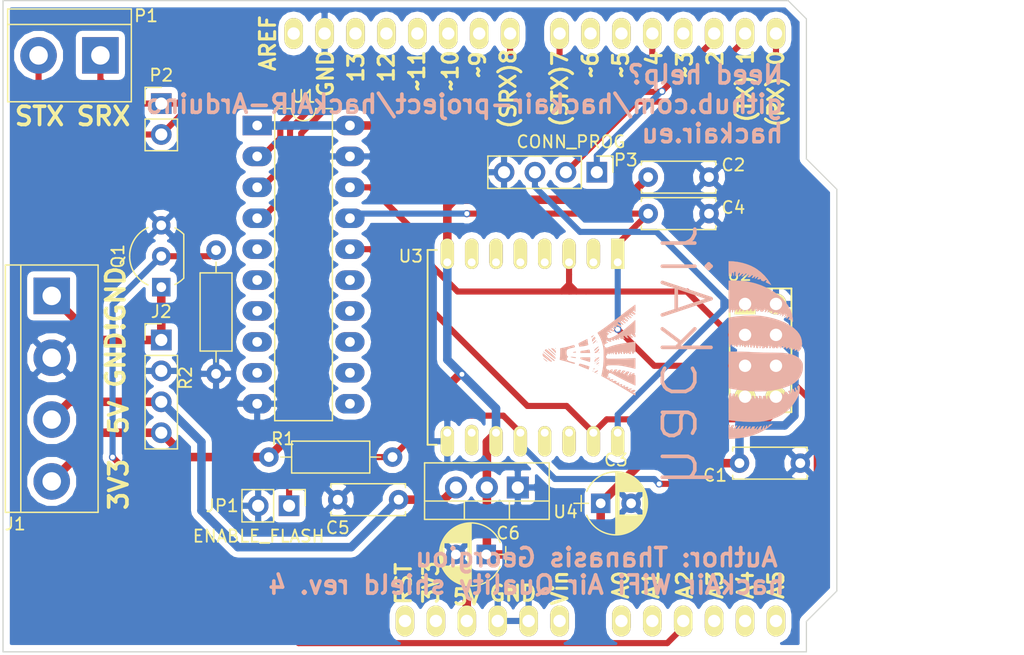
<source format=kicad_pcb>
(kicad_pcb (version 4) (host pcbnew 4.0.6)
  (title_block (title "HackAir Wifi Air Quality Shield for Arduino") (date 2017-04-04) (rev 4) (company "Thanasis Georgiou <contact@thgeorgiou.om>") (comment 1 "Part of the hackAIR project, available freely under the (CC BY 4.0) license.") (comment 3 "kicad0ESP8266 footprints & schematic by Jerry Dunmire, CC BY-SA 4.0") (comment 4 "Arduino Shield footprint by Nicholas C Lewis, CC BY 3.0"))
  (layers (0 F.Cu signal) (31 B.Cu signal) (34 B.Paste user) (35 F.Paste user) (36 B.SilkS user) (37 F.SilkS user) (38 B.Mask user) (39 F.Mask user) (44 Edge.Cuts user))
  (net 0 "")
  (net 1 +3V3)
  (net 2 GND)
  (net 3 /ESP_RST)
  (net 4 +5V)
  (net 5 "Net-(J1-Pad1)")
  (net 6 /SENSOR_RX)
  (net 7 /SENSOR_TX)
  (net 8 /MC_RST)
  (net 9 /MC_TX)
  (net 10 /ESP_TX)
  (net 11 /SW_GND_G)
  (net 12 /ESP_IO_0)
  (net 13 "Net-(SHIELD1-PadAD5)")
  (net 14 "Net-(SHIELD1-PadAD4)")
  (net 15 "Net-(SHIELD1-PadAD3)")
  (net 16 "Net-(SHIELD1-PadAD0)")
  (net 17 "Net-(SHIELD1-PadAD1)")
  (net 18 "Net-(SHIELD1-PadV_IN)")
  (net 19 "Net-(SHIELD1-Pad3V3)")
  (net 20 "Net-(SHIELD1-PadRST)")
  (net 21 "Net-(SHIELD1-Pad3)")
  (net 22 /MC_CS)
  (net 23 "Net-(SHIELD1-Pad5)")
  (net 24 "Net-(SHIELD1-Pad6)")
  (net 25 "Net-(SHIELD1-Pad9)")
  (net 26 "Net-(SHIELD1-Pad10)")
  (net 27 "Net-(SHIELD1-Pad11)")
  (net 28 "Net-(SHIELD1-Pad12)")
  (net 29 "Net-(SHIELD1-Pad13)")
  (net 30 "Net-(SHIELD1-PadAREF)")
  (net 31 "Net-(U1-Pad11)")
  (net 32 "Net-(U1-Pad12)")
  (net 33 "Net-(U1-Pad13)")
  (net 34 "Net-(U1-Pad14)")
  (net 35 "Net-(U1-Pad5)")
  (net 36 "Net-(U1-Pad15)")
  (net 37 "Net-(U1-Pad6)")
  (net 38 /ESP_RX)
  (net 39 "Net-(U1-Pad7)")
  (net 40 "Net-(U1-Pad8)")
  (net 41 /ESP_CS)
  (net 42 "Net-(U1-Pad9)")
  (net 43 "Net-(U3-Pad2)")
  (net 44 "Net-(U3-Pad4)")
  (net 45 "Net-(U3-Pad5)")
  (net 46 "Net-(U3-Pad6)")
  (net 47 "Net-(U3-Pad7)")
  (net 48 "Net-(U3-Pad10)")
  (net 49 "Net-(U3-Pad13)")
  (net 50 "Net-(U3-Pad14)")
  (module Capacitors_THT:C_Disc_D6.0mm_W2.5mm_P5.00mm (layer F.Cu) (at 209 89.5)
    (fp_text reference C1 (at -2 1) (layer F.SilkS))
    (fp_text value 10nF)
    (pad 1 thru_hole circle (at 0 0) (size 1.6 1.6) (drill 0.8) (layers *.Cu *.Mask) (net 1 +3V3))
    (pad 2 thru_hole circle (at 5 0) (size 1.6 1.6) (drill 0.8) (layers *.Cu *.Mask) (net 2 GND))
  )
  (module Capacitors_THT:C_Disc_D6.0mm_W2.5mm_P5.00mm (layer F.Cu) (at 201.5 66)
    (fp_text reference C2 (at 7 -1) (layer F.SilkS))
    (fp_text value 100nF)
    (pad 1 thru_hole circle (at 0 0) (size 1.6 1.6) (drill 0.8) (layers *.Cu *.Mask) (net 1 +3V3))
    (pad 2 thru_hole circle (at 5 0) (size 1.6 1.6) (drill 0.8) (layers *.Cu *.Mask) (net 2 GND))
  )
  (module Capacitors_THT:CP_Radial_D5.0mm_P2.50mm (layer F.Cu) (at 197.6 92.8)
    (fp_text reference C3 (at 1.25 -3.56) (layer F.SilkS))
    (fp_text value 10uF)
    (pad 1 thru_hole rect (at 0 0) (size 1.6 1.6) (drill 0.8) (layers *.Cu *.Mask) (net 1 +3V3))
    (pad 2 thru_hole circle (at 2.5 0) (size 1.6 1.6) (drill 0.8) (layers *.Cu *.Mask) (net 2 GND))
  )
  (module Capacitors_THT:C_Disc_D6.0mm_W2.5mm_P5.00mm (layer F.Cu) (at 201.5 69)
    (fp_text reference C4 (at 7 -0.5) (layer F.SilkS))
    (fp_text value 10nF)
    (pad 1 thru_hole circle (at 0 0) (size 1.6 1.6) (drill 0.8) (layers *.Cu *.Mask) (net 3 /ESP_RST))
    (pad 2 thru_hole circle (at 5 0) (size 1.6 1.6) (drill 0.8) (layers *.Cu *.Mask) (net 2 GND))
  )
  (module Capacitors_THT:C_Disc_D6.0mm_W2.5mm_P5.00mm (layer F.Cu) (at 181 92.5 180)
    (fp_text reference C5 (at 5 -2.31 180) (layer F.SilkS))
    (fp_text value 100nF)
    (pad 1 thru_hole circle (at 0 0 180) (size 1.6 1.6) (drill 0.8) (layers *.Cu *.Mask) (net 4 +5V))
    (pad 2 thru_hole circle (at 5 0 180) (size 1.6 1.6) (drill 0.8) (layers *.Cu *.Mask) (net 2 GND))
  )
  (module Capacitors_THT:CP_Radial_D5.0mm_P2.50mm (layer F.Cu) (at 188.2 97 180)
    (fp_text reference C6 (at -1.8 1.75 180) (layer F.SilkS))
    (fp_text value 10uF)
    (pad 1 thru_hole rect (at 0 0 180) (size 1.6 1.6) (drill 0.8) (layers *.Cu *.Mask) (net 1 +3V3))
    (pad 2 thru_hole circle (at 2.5 0 180) (size 1.6 1.6) (drill 0.8) (layers *.Cu *.Mask) (net 2 GND))
  )
  (module Connectors:bornier4 (layer F.Cu) (at 152.5 75.76 270)
    (fp_text reference J1 (at 18.74 3 360) (layer F.SilkS))
    (fp_text value CONN_POWER hide)
    (pad 2 thru_hole circle (at 5.08 0 270) (size 3 3) (drill 1.52) (layers *.Cu *.Mask) (net 2 GND))
    (pad 3 thru_hole circle (at 10.16 0 270) (size 3 3) (drill 1.52) (layers *.Cu *.Mask) (net 4 +5V))
    (pad 1 thru_hole rect (at 0 0 270) (size 3 3) (drill 1.52) (layers *.Cu *.Mask) (net 5 "Net-(J1-Pad1)"))
    (pad 4 thru_hole circle (at 15.24 0 270) (size 3 3) (drill 1.52) (layers *.Cu *.Mask) (net 1 +3V3))
  )
  (module Pin_Headers:Pin_Header_Straight_1x04_Pitch2.54mm (layer F.Cu) (at 161.5 79.38)
    (fp_text reference J2 (at 0 -2.33) (layer F.SilkS))
    (fp_text value CONN_POWER_H hide)
    (pad 1 thru_hole rect (at 0 0) (size 1.7 1.7) (drill 1) (layers *.Cu *.Mask) (net 5 "Net-(J1-Pad1)"))
    (pad 2 thru_hole oval (at 0 2.54) (size 1.7 1.7) (drill 1) (layers *.Cu *.Mask) (net 2 GND))
    (pad 3 thru_hole oval (at 0 5.08) (size 1.7 1.7) (drill 1) (layers *.Cu *.Mask) (net 4 +5V))
    (pad 4 thru_hole oval (at 0 7.62) (size 1.7 1.7) (drill 1) (layers *.Cu *.Mask) (net 1 +3V3))
  )
  (module Connectors:bornier2 (layer F.Cu) (at 156.5 56 180)
    (fp_text reference P1 (at -3.75 3.25 180) (layer F.SilkS))
    (fp_text value CONN_SENSOR_SERIAL hide)
    (pad 1 thru_hole rect (at 0 0 180) (size 3 3) (drill 1.52) (layers *.Cu *.Mask) (net 6 /SENSOR_RX))
    (pad 2 thru_hole circle (at 5.08 0 180) (size 3 3) (drill 1.52) (layers *.Cu *.Mask) (net 7 /SENSOR_TX))
  )
  (module Pin_Headers:Pin_Header_Straight_1x02_Pitch2.54mm (layer F.Cu) (at 161.5 59.96)
    (fp_text reference P2 (at 0 -2.33) (layer F.SilkS))
    (fp_text value CONN_SENSOR_SERIAL_H hide)
    (pad 1 thru_hole rect (at 0 0) (size 1.7 1.7) (drill 1) (layers *.Cu *.Mask) (net 6 /SENSOR_RX))
    (pad 2 thru_hole oval (at 0 2.54) (size 1.7 1.7) (drill 1) (layers *.Cu *.Mask) (net 7 /SENSOR_TX))
  )
  (module Pin_Headers:Pin_Header_Straight_1x04_Pitch2.54mm (layer F.Cu) (at 197.28 65.6 270)
    (fp_text reference P3 (at -1 -2.38 360) (layer F.SilkS))
    (fp_text value CONN_PROG (at -2.5 2.12 360) (layer F.SilkS))
    (pad 1 thru_hole rect (at 0 0 270) (size 1.7 1.7) (drill 1) (layers *.Cu *.Mask) (net 8 /MC_RST))
    (pad 2 thru_hole oval (at 0 2.54 270) (size 1.7 1.7) (drill 1) (layers *.Cu *.Mask) (net 9 /MC_TX))
    (pad 3 thru_hole oval (at 0 5.08 270) (size 1.7 1.7) (drill 1) (layers *.Cu *.Mask) (net 10 /ESP_TX))
    (pad 4 thru_hole oval (at 0 7.62 270) (size 1.7 1.7) (drill 1) (layers *.Cu *.Mask) (net 2 GND))
  )
  (module TO_SOT_Packages_THT:TO-92_Inline_Wide (layer F.Cu) (at 161.5 75.04 90)
    (fp_text reference Q1 (at 2.54 -3.56 270) (layer F.SilkS))
    (fp_text value ZVN4206A)
    (pad 2 thru_hole circle (at 2.54 0 180) (size 1.52 1.52) (drill 0.8) (layers *.Cu *.Mask) (net 11 /SW_GND_G))
    (pad 3 thru_hole circle (at 5.08 0 180) (size 1.52 1.52) (drill 0.8) (layers *.Cu *.Mask) (net 2 GND))
    (pad 1 thru_hole rect (at 0 0 180) (size 1.52 1.52) (drill 0.8) (layers *.Cu *.Mask) (net 5 "Net-(J1-Pad1)"))
  )
  (module Resistors_THT:R_Axial_DIN0207_L6.3mm_D2.5mm_P10.16mm_Horizontal (layer F.Cu) (at 180.5 89 180)
    (fp_text reference R1 (at 9 1.5 180) (layer F.SilkS))
    (fp_text value 1K)
    (pad 1 thru_hole circle (at 0 0 180) (size 1.6 1.6) (drill 0.8) (layers *.Cu *.Mask) (net 12 /ESP_IO_0))
    (pad 2 thru_hole oval (at 10.16 0 180) (size 1.6 1.6) (drill 0.8) (layers *.Cu *.Mask) (net 1 +3V3))
  )
  (module arduino_shields:ARDUINO_SHIELD_2_040pins (layer F.Cu) (at 148.5011 105.0036)
    (fp_text reference SHIELD1 hide)
    (fp_text value ARDUINO_SHIELD hide)
    (pad AD5 thru_hole oval (at 63.5 -2.54 90) (size 2.54 1.524) (drill 1.016) (layers *.Cu *.Mask F.SilkS) (net 13 "Net-(SHIELD1-PadAD5)"))
    (pad AD4 thru_hole oval (at 60.96 -2.54 90) (size 2.54 1.524) (drill 1.016) (layers *.Cu *.Mask F.SilkS) (net 14 "Net-(SHIELD1-PadAD4)"))
    (pad AD3 thru_hole oval (at 58.42 -2.54 90) (size 2.54 1.524) (drill 1.016) (layers *.Cu *.Mask F.SilkS) (net 15 "Net-(SHIELD1-PadAD3)"))
    (pad AD0 thru_hole oval (at 50.8 -2.54 90) (size 2.54 1.524) (drill 1.016) (layers *.Cu *.Mask F.SilkS) (net 16 "Net-(SHIELD1-PadAD0)"))
    (pad AD1 thru_hole oval (at 53.34 -2.54 90) (size 2.54 1.524) (drill 1.016) (layers *.Cu *.Mask F.SilkS) (net 17 "Net-(SHIELD1-PadAD1)"))
    (pad AD2 thru_hole oval (at 55.88 -2.54 90) (size 2.54 1.524) (drill 1.016) (layers *.Cu *.Mask F.SilkS) (net 11 /SW_GND_G))
    (pad V_IN thru_hole oval (at 45.72 -2.54 90) (size 2.54 1.524) (drill 1.016) (layers *.Cu *.Mask F.SilkS) (net 18 "Net-(SHIELD1-PadV_IN)"))
    (pad GND2 thru_hole oval (at 43.18 -2.54 90) (size 2.54 1.524) (drill 1.016) (layers *.Cu *.Mask F.SilkS) (net 2 GND))
    (pad GND1 thru_hole oval (at 40.64 -2.54 90) (size 2.54 1.524) (drill 1.016) (layers *.Cu *.Mask F.SilkS) (net 2 GND))
    (pad 3V3 thru_hole oval (at 35.56 -2.54 90) (size 2.54 1.524) (drill 1.016) (layers *.Cu *.Mask F.SilkS) (net 19 "Net-(SHIELD1-Pad3V3)"))
    (pad RST thru_hole oval (at 33.02 -2.54 90) (size 2.54 1.524) (drill 1.016) (layers *.Cu *.Mask F.SilkS) (net 20 "Net-(SHIELD1-PadRST)"))
    (pad 0 thru_hole oval (at 63.5 -50.8 90) (size 2.54 1.524) (drill 1.016) (layers *.Cu *.Mask F.SilkS) (net 10 /ESP_TX))
    (pad 1 thru_hole oval (at 60.96 -50.8 90) (size 2.54 1.524) (drill 1.016) (layers *.Cu *.Mask F.SilkS) (net 9 /MC_TX))
    (pad 2 thru_hole oval (at 58.42 -50.8 90) (size 2.54 1.524) (drill 1.016) (layers *.Cu *.Mask F.SilkS) (net 8 /MC_RST))
    (pad 3 thru_hole oval (at 55.88 -50.8 90) (size 2.54 1.524) (drill 1.016) (layers *.Cu *.Mask F.SilkS) (net 21 "Net-(SHIELD1-Pad3)"))
    (pad 4 thru_hole oval (at 53.34 -50.8 90) (size 2.54 1.524) (drill 1.016) (layers *.Cu *.Mask F.SilkS) (net 22 /MC_CS))
    (pad 5 thru_hole oval (at 50.8 -50.8 90) (size 2.54 1.524) (drill 1.016) (layers *.Cu *.Mask F.SilkS) (net 23 "Net-(SHIELD1-Pad5)"))
    (pad 6 thru_hole oval (at 48.26 -50.8 90) (size 2.54 1.524) (drill 1.016) (layers *.Cu *.Mask F.SilkS) (net 24 "Net-(SHIELD1-Pad6)"))
    (pad 7 thru_hole oval (at 45.72 -50.8 90) (size 2.54 1.524) (drill 1.016) (layers *.Cu *.Mask F.SilkS) (net 7 /SENSOR_TX))
    (pad 8 thru_hole oval (at 41.656 -50.8 90) (size 2.54 1.524) (drill 1.016) (layers *.Cu *.Mask F.SilkS) (net 6 /SENSOR_RX))
    (pad 9 thru_hole oval (at 39.116 -50.8 90) (size 2.54 1.524) (drill 1.016) (layers *.Cu *.Mask F.SilkS) (net 25 "Net-(SHIELD1-Pad9)"))
    (pad 10 thru_hole oval (at 36.576 -50.8 90) (size 2.54 1.524) (drill 1.016) (layers *.Cu *.Mask F.SilkS) (net 26 "Net-(SHIELD1-Pad10)"))
    (pad 11 thru_hole oval (at 34.036 -50.8 90) (size 2.54 1.524) (drill 1.016) (layers *.Cu *.Mask F.SilkS) (net 27 "Net-(SHIELD1-Pad11)"))
    (pad 12 thru_hole oval (at 31.496 -50.8 90) (size 2.54 1.524) (drill 1.016) (layers *.Cu *.Mask F.SilkS) (net 28 "Net-(SHIELD1-Pad12)"))
    (pad 13 thru_hole oval (at 28.956 -50.8 90) (size 2.54 1.524) (drill 1.016) (layers *.Cu *.Mask F.SilkS) (net 29 "Net-(SHIELD1-Pad13)"))
    (pad GND3 thru_hole oval (at 26.416 -50.8 90) (size 2.54 1.524) (drill 1.016) (layers *.Cu *.Mask F.SilkS) (net 2 GND))
    (pad AREF thru_hole oval (at 23.876 -50.8 90) (size 2.54 1.524) (drill 1.016) (layers *.Cu *.Mask F.SilkS) (net 30 "Net-(SHIELD1-PadAREF)"))
    (pad 5V thru_hole oval (at 38.1 -2.54 90) (size 2.54 1.524) (drill 1.016) (layers *.Cu *.Mask F.SilkS) (net 4 +5V))
  )
  (module Housings_DIP:DIP-20_W7.62mm_LongPads (layer F.Cu) (at 169.38 61.76)
    (fp_text reference U1 (at 3.81 -2.39) (layer F.SilkS))
    (fp_text value SN74LVC245A)
    (pad 1 thru_hole rect (at 0 0) (size 2.4 1.6) (drill 0.8) (layers *.Cu *.Mask) (net 1 +3V3))
    (pad 11 thru_hole oval (at 7.62 22.86) (size 2.4 1.6) (drill 0.8) (layers *.Cu *.Mask) (net 31 "Net-(U1-Pad11)"))
    (pad 2 thru_hole oval (at 0 2.54) (size 2.4 1.6) (drill 0.8) (layers *.Cu *.Mask) (net 22 /MC_CS))
    (pad 12 thru_hole oval (at 7.62 20.32) (size 2.4 1.6) (drill 0.8) (layers *.Cu *.Mask) (net 32 "Net-(U1-Pad12)"))
    (pad 3 thru_hole oval (at 0 5.08) (size 2.4 1.6) (drill 0.8) (layers *.Cu *.Mask) (net 8 /MC_RST))
    (pad 13 thru_hole oval (at 7.62 17.78) (size 2.4 1.6) (drill 0.8) (layers *.Cu *.Mask) (net 33 "Net-(U1-Pad13)"))
    (pad 4 thru_hole oval (at 0 7.62) (size 2.4 1.6) (drill 0.8) (layers *.Cu *.Mask) (net 9 /MC_TX))
    (pad 14 thru_hole oval (at 7.62 15.24) (size 2.4 1.6) (drill 0.8) (layers *.Cu *.Mask) (net 34 "Net-(U1-Pad14)"))
    (pad 5 thru_hole oval (at 0 10.16) (size 2.4 1.6) (drill 0.8) (layers *.Cu *.Mask) (net 35 "Net-(U1-Pad5)"))
    (pad 15 thru_hole oval (at 7.62 12.7) (size 2.4 1.6) (drill 0.8) (layers *.Cu *.Mask) (net 36 "Net-(U1-Pad15)"))
    (pad 6 thru_hole oval (at 0 12.7) (size 2.4 1.6) (drill 0.8) (layers *.Cu *.Mask) (net 37 "Net-(U1-Pad6)"))
    (pad 16 thru_hole oval (at 7.62 10.16) (size 2.4 1.6) (drill 0.8) (layers *.Cu *.Mask) (net 38 /ESP_RX))
    (pad 7 thru_hole oval (at 0 15.24) (size 2.4 1.6) (drill 0.8) (layers *.Cu *.Mask) (net 39 "Net-(U1-Pad7)"))
    (pad 17 thru_hole oval (at 7.62 7.62) (size 2.4 1.6) (drill 0.8) (layers *.Cu *.Mask) (net 3 /ESP_RST))
    (pad 8 thru_hole oval (at 0 17.78) (size 2.4 1.6) (drill 0.8) (layers *.Cu *.Mask) (net 40 "Net-(U1-Pad8)"))
    (pad 18 thru_hole oval (at 7.62 5.08) (size 2.4 1.6) (drill 0.8) (layers *.Cu *.Mask) (net 41 /ESP_CS))
    (pad 9 thru_hole oval (at 0 20.32) (size 2.4 1.6) (drill 0.8) (layers *.Cu *.Mask) (net 42 "Net-(U1-Pad9)"))
    (pad 19 thru_hole oval (at 7.62 2.54) (size 2.4 1.6) (drill 0.8) (layers *.Cu *.Mask) (net 2 GND))
    (pad 10 thru_hole oval (at 0 22.86) (size 2.4 1.6) (drill 0.8) (layers *.Cu *.Mask) (net 2 GND))
    (pad 20 thru_hole oval (at 7.62 0) (size 2.4 1.6) (drill 0.8) (layers *.Cu *.Mask) (net 1 +3V3))
  )
  (module ESP8266:ESP-01 (layer F.Cu) (at 209.46 76.42)
    (fp_text reference U2 (at -0.46 -2.42) (layer F.SilkS))
    (fp_text value ESP-01v090)
    (pad 1 thru_hole rect (at 0 0) (size 1.7272 1.7272) (drill 1.016) (layers *.Cu *.Mask F.SilkS) (net 10 /ESP_TX))
    (pad 2 thru_hole oval (at 2.54 0) (size 1.7272 1.7272) (drill 1.016) (layers *.Cu *.Mask F.SilkS) (net 2 GND))
    (pad 3 thru_hole oval (at 0 2.54) (size 1.7272 1.7272) (drill 1.016) (layers *.Cu *.Mask F.SilkS) (net 41 /ESP_CS))
    (pad 4 thru_hole oval (at 2.54 2.54) (size 1.7272 1.7272) (drill 1.016) (layers *.Cu *.Mask F.SilkS) (net 1 +3V3))
    (pad 5 thru_hole oval (at 0 5.08) (size 1.7272 1.7272) (drill 1.016) (layers *.Cu *.Mask F.SilkS) (net 3 /ESP_RST))
    (pad 6 thru_hole oval (at 2.54 5.08) (size 1.7272 1.7272) (drill 1.016) (layers *.Cu *.Mask F.SilkS) (net 12 /ESP_IO_0))
    (pad 7 thru_hole oval (at 0 7.62) (size 1.7272 1.7272) (drill 1.016) (layers *.Cu *.Mask F.SilkS) (net 1 +3V3))
    (pad 8 thru_hole oval (at 2.54 7.62) (size 1.7272 1.7272) (drill 1.016) (layers *.Cu *.Mask F.SilkS) (net 38 /ESP_RX))
  )
  (module ESP8266:ESP-12 (layer F.Cu) (at 199 73 270)
    (fp_text reference U3 (at -0.5 17 360) (layer F.SilkS))
    (fp_text value ESP-12)
    (pad 1 thru_hole rect (at 0 0 270) (size 2.5 1.1) (drill 0.65 (offset -0.7 0)) (layers *.Cu *.Mask F.SilkS) (net 3 /ESP_RST))
    (pad 2 thru_hole oval (at 0 2 270) (size 2.5 1.1) (drill 0.65 (offset -0.7 0)) (layers *.Cu *.Mask F.SilkS) (net 43 "Net-(U3-Pad2)"))
    (pad 3 thru_hole oval (at 0 4 270) (size 2.5 1.1) (drill 0.65 (offset -0.7 0)) (layers *.Cu *.Mask F.SilkS) (net 41 /ESP_CS))
    (pad 4 thru_hole oval (at 0 6 270) (size 2.5 1.1) (drill 0.65 (offset -0.7 0)) (layers *.Cu *.Mask F.SilkS) (net 44 "Net-(U3-Pad4)"))
    (pad 5 thru_hole oval (at 0 8 270) (size 2.5 1.1) (drill 0.65 (offset -0.7 0)) (layers *.Cu *.Mask F.SilkS) (net 45 "Net-(U3-Pad5)"))
    (pad 6 thru_hole oval (at 0 10 270) (size 2.5 1.1) (drill 0.65 (offset -0.7 0)) (layers *.Cu *.Mask F.SilkS) (net 46 "Net-(U3-Pad6)"))
    (pad 7 thru_hole oval (at 0 12 270) (size 2.5 1.1) (drill 0.65 (offset -0.7 0)) (layers *.Cu *.Mask F.SilkS) (net 47 "Net-(U3-Pad7)"))
    (pad 8 thru_hole oval (at 0 14 270) (size 2.5 1.1) (drill 0.65 (offset -0.7 0)) (layers *.Cu *.Mask F.SilkS) (net 1 +3V3))
    (pad 9 thru_hole oval (at 14 14 270) (size 2.5 1.1) (drill 0.65 (offset 0.7 0)) (layers *.Cu *.Mask F.SilkS) (net 2 GND))
    (pad 10 thru_hole oval (at 14 12 270) (size 2.5 1.1) (drill 0.65 (offset 0.6 0)) (layers *.Cu *.Mask F.SilkS) (net 48 "Net-(U3-Pad10)"))
    (pad 11 thru_hole oval (at 14 10 270) (size 2.5 1.1) (drill 0.65 (offset 0.7 0)) (layers *.Cu *.Mask F.SilkS) (net 1 +3V3))
    (pad 12 thru_hole oval (at 14 8 270) (size 2.5 1.1) (drill 0.65 (offset 0.7 0)) (layers *.Cu *.Mask F.SilkS) (net 12 /ESP_IO_0))
    (pad 13 thru_hole oval (at 14 6 270) (size 2.5 1.1) (drill 0.65 (offset 0.7 0)) (layers *.Cu *.Mask F.SilkS) (net 49 "Net-(U3-Pad13)"))
    (pad 14 thru_hole oval (at 14 4 270) (size 2.5 1.1) (drill 0.65 (offset 0.7 0)) (layers *.Cu *.Mask F.SilkS) (net 50 "Net-(U3-Pad14)"))
    (pad 15 thru_hole oval (at 14 2 270) (size 2.5 1.1) (drill 0.65 (offset 0.7 0)) (layers *.Cu *.Mask F.SilkS) (net 38 /ESP_RX))
    (pad 16 thru_hole oval (at 14 0 270) (size 2.5 1.1) (drill 0.65 (offset 0.7 0)) (layers *.Cu *.Mask F.SilkS) (net 10 /ESP_TX))
  )
  (module TO_SOT_Packages_THT:TO-220_Vertical (layer F.Cu) (at 190.79 91.5 180)
    (fp_text reference U4 (at -3.92 -2 180) (layer F.SilkS))
    (fp_text value LD1117S33CTR)
    (pad 1 thru_hole rect (at 0 0 180) (size 1.8 1.8) (drill 1) (layers *.Cu *.Mask) (net 2 GND))
    (pad 2 thru_hole oval (at 2.54 0 180) (size 1.8 1.8) (drill 1) (layers *.Cu *.Mask) (net 1 +3V3))
    (pad 3 thru_hole oval (at 5.08 0 180) (size 1.8 1.8) (drill 1) (layers *.Cu *.Mask) (net 4 +5V))
  )
  (module Pin_Headers:Pin_Header_Straight_1x02_Pitch2.54mm (layer F.Cu) (at 172 93 270)
    (fp_text reference JP1 (at 0 5.5 540) (layer F.SilkS))
    (fp_text value ENABLE_FLASH (at 2.5 2.5 360) (layer F.SilkS))
    (pad 1 thru_hole rect (at 0 0 270) (size 1.7 1.7) (drill 1) (layers *.Cu *.Mask) (net 12 /ESP_IO_0))
    (pad 2 thru_hole oval (at 0 2.54 270) (size 1.7 1.7) (drill 1) (layers *.Cu *.Mask) (net 2 GND))
  )
  (module Resistors_THT:R_Axial_DIN0207_L6.3mm_D2.5mm_P10.16mm_Horizontal (layer F.Cu) (at 166 72 270)
    (fp_text reference R2 (at 10.5 2.5 270) (layer F.SilkS))
    (fp_text value 100K)
    (pad 1 thru_hole circle (at 0 0 270) (size 1.6 1.6) (drill 0.8) (layers *.Cu *.Mask) (net 11 /SW_GND_G))
    (pad 2 thru_hole oval (at 10.16 0 270) (size 1.6 1.6) (drill 0.8) (layers *.Cu *.Mask) (net 2 GND))
  )
  (module lib:logo (layer B.Cu) (at 203.25 80.25 90)
    (fp_text reference G*** hide)
    (fp_text value LOGO hide)
  )
  (gr_text "Need help?\ngithub.com/hackair-project/hackAIR-Arduino\nhackair.eu" (at 212.75 60) (layer B.SilkS) (effects (font (size 1.5 1.5) (thickness 0.3)) (justify left mirror)))
  (gr_text "Author: Thanasis Georgiou" (at 197.25 97.25) (layer B.SilkS) (effects (font (size 1.5 1.5) (thickness 0.3)) (justify mirror)))
  (gr_text "hackAir WiFi Air Quality shield rev. 4" (at 191.5 99.5) (layer B.SilkS) (effects (font (size 1.5 1.5) (thickness 0.3)) (justify mirror)))
  (gr_text hackAir (at 204.5 80.75 270) (layer B.SilkS) (effects (font (size 4 4) (thickness 0.3)) (justify mirror)))
  (gr_text RST (at 181.4 99.4 90) (layer F.SilkS) (effects (font (size 1.25 1.25) (thickness 0.25))))
  (gr_text 3V3 (at 183.65 99.3 90) (layer F.SilkS) (effects (font (size 1.25 1.25) (thickness 0.25))))
  (gr_text 5V (at 186.6 100.5) (layer F.SilkS) (effects (font (size 1.25 1.25) (thickness 0.25))))
  (gr_text GND (at 190.4 100.2) (layer F.SilkS) (effects (font (size 1.25 1.25) (thickness 0.25))))
  (gr_text Vin (at 194.25 99.75 90) (layer F.SilkS) (effects (font (size 1.25 1.25) (thickness 0.25))))
  (gr_text A0 (at 199.25 99.5 90) (layer F.SilkS) (effects (font (size 1.25 1.25) (thickness 0.25))))
  (gr_text A1 (at 201.75 99.5 90) (layer F.SilkS) (effects (font (size 1.25 1.25) (thickness 0.25))))
  (gr_text A2 (at 204.5 99.5 90) (layer F.SilkS) (effects (font (size 1.25 1.25) (thickness 0.25))))
  (gr_text A3 (at 207 99.5 90) (layer F.SilkS) (effects (font (size 1.25 1.25) (thickness 0.25))))
  (gr_text A4 (at 209.5 99.5 90) (layer F.SilkS) (effects (font (size 1.25 1.25) (thickness 0.25))))
  (gr_text A5 (at 212 99.5 90) (layer F.SilkS) (effects (font (size 1.25 1.25) (thickness 0.25))))
  (gr_text AREF (at 170.25 55 90) (layer F.SilkS) (effects (font (size 1.25 1.25) (thickness 0.25))))
  (gr_text GND (at 175 57.5 90) (layer F.SilkS) (effects (font (size 1.25 1.25) (thickness 0.25))))
  (gr_text 13 (at 177.5 57 90) (layer F.SilkS) (effects (font (size 1.25 1.25) (thickness 0.25))))
  (gr_text 12 (at 180 57 90) (layer F.SilkS) (effects (font (size 1.25 1.25) (thickness 0.25))))
  (gr_text ~~11 (at 182.5 57.25 90) (layer F.SilkS) (effects (font (size 1.25 1.25) (thickness 0.25))))
  (gr_text ~~10 (at 185.25 57.25 90) (layer F.SilkS) (effects (font (size 1.25 1.25) (thickness 0.25))))
  (gr_text ~~9 (at 187.5 56.75 90) (layer F.SilkS) (effects (font (size 1.25 1.25) (thickness 0.25))))
  (gr_text "(SRX)8" (at 190 58.75 90) (layer F.SilkS) (effects (font (size 1.25 1.25) (thickness 0.25))))
  (gr_text "(STX)7" (at 194.25 58.75 90) (layer F.SilkS) (effects (font (size 1.25 1.25) (thickness 0.25))))
  (gr_text ~~6 (at 196.75 56.75 90) (layer F.SilkS) (effects (font (size 1.25 1.25) (thickness 0.25))))
  (gr_text ~~5 (at 199.25 56.75 90) (layer F.SilkS) (effects (font (size 1.25 1.25) (thickness 0.25))))
  (gr_text 4 (at 202 56.25 90) (layer F.SilkS) (effects (font (size 1.25 1.25) (thickness 0.25))))
  (gr_text ~~3 (at 204.5 56.75 90) (layer F.SilkS) (effects (font (size 1.25 1.25) (thickness 0.25))))
  (gr_text 2 (at 207 56.25 90) (layer F.SilkS) (effects (font (size 1.25 1.25) (thickness 0.25))))
  (gr_text "(TX) 1" (at 209.5 58.5 90) (layer F.SilkS) (effects (font (size 1.25 1.25) (thickness 0.25))))
  (gr_text "(RX) 0" (at 212 58.75 90) (layer F.SilkS) (effects (font (size 1.25 1.25) (thickness 0.25))))
  (gr_text 3V3 (at 158 91.25 90) (layer F.SilkS) (effects (font (size 1.5 1.5) (thickness 0.3))))
  (gr_text 5V (at 158 85.75 90) (layer F.SilkS) (effects (font (size 1.5 1.5) (thickness 0.3))))
  (gr_text GND (at 157.75 81 90) (layer F.SilkS) (effects (font (size 1.5 1.5) (thickness 0.3))))
  (gr_text !GND (at 157.75 76 90) (layer F.SilkS) (effects (font (size 1.5 1.5) (thickness 0.3))))
  (gr_text SRX (at 156.75 61) (layer F.SilkS) (effects (font (size 1.5 1.5) (thickness 0.3))))
  (gr_text STX (at 151.5 61) (layer F.SilkS) (effects (font (size 1.5 1.5) (thickness 0.3))))
  (gr_line (start 148.5 105) (end 148.5 51.5) (layer Edge.Cuts) (width 0.1))
  (gr_line (start 214.5 105) (end 148.5 105) (layer Edge.Cuts) (width 0.1))
  (gr_line (start 214.5 102.5) (end 214.5 105) (layer Edge.Cuts) (width 0.1))
  (gr_line (start 217 100) (end 214.5 102.5) (layer Edge.Cuts) (width 0.1))
  (gr_line (start 217 67) (end 217 100) (layer Edge.Cuts) (width 0.1))
  (gr_line (start 214.5 64.5) (end 217 67) (layer Edge.Cuts) (width 0.1))
  (gr_line (start 214.5 53) (end 214.5 64.5) (layer Edge.Cuts) (width 0.1))
  (gr_line (start 213 51.5) (end 214.5 53) (layer Edge.Cuts) (width 0.1))
  (gr_line (start 148.5 51.5) (end 213 51.5) (layer Edge.Cuts) (width 0.1))
  (segment (start 161.5 87) (end 163.5 89) (width 0.7) (layer F.Cu) (net 1))
  (segment (start 163.5 89) (end 170.34 89) (width 0.7) (layer F.Cu) (net 1))
  (segment (start 152.5 91) (end 156.5 87) (width 0.7) (layer F.Cu) (net 1))
  (segment (start 156.5 87) (end 160 87) (width 0.7) (layer F.Cu) (net 1))
  (segment (start 160 87) (end 161.5 87) (width 0.7) (layer F.Cu) (net 1))
  (segment (start 185 81) (end 186.2 82.2) (width 0.7) (layer B.Cu) (net 1))
  (segment (start 172.14 87.2) (end 181.027194 87.2) (width 0.7) (layer F.Cu) (net 1))
  (via (at 186.2 82.2) (size 0.6) (drill 0.4) (layers F.Cu B.Cu) (net 1))
  (segment (start 186.2 82.2) (end 189 85) (width 0.7) (layer B.Cu) (net 1))
  (segment (start 181.027194 87.2) (end 186.027194 82.2) (width 0.7) (layer F.Cu) (net 1))
  (segment (start 186.027194 82.2) (end 186.2 82.2) (width 0.7) (layer F.Cu) (net 1))
  (segment (start 170.34 89) (end 172.14 87.2) (width 0.7) (layer F.Cu) (net 1))
  (segment (start 209 86.4) (end 212.713601 86.4) (width 0.7) (layer B.Cu) (net 1))
  (segment (start 212.713601 86.4) (end 213.513601 85.6) (width 0.7) (layer B.Cu) (net 1))
  (segment (start 213.513601 85.6) (end 213.513601 80.473601) (width 0.7) (layer B.Cu) (net 1))
  (segment (start 213.513601 80.473601) (end 212.863599 79.823599) (width 0.7) (layer B.Cu) (net 1))
  (segment (start 212.863599 79.823599) (end 212 78.96) (width 0.7) (layer B.Cu) (net 1))
  (segment (start 209 86.4) (end 209 84.5) (width 0.7) (layer B.Cu) (net 1))
  (segment (start 209 89.5) (end 209 86.4) (width 0.7) (layer B.Cu) (net 1))
  (segment (start 209 84.5) (end 209.46 84.04) (width 0.7) (layer B.Cu) (net 1))
  (segment (start 189 85) (end 189 87) (width 0.7) (layer B.Cu) (net 1))
  (segment (start 185 73) (end 185 81) (width 0.7) (layer B.Cu) (net 1))
  (segment (start 188.25 91.5) (end 188.25 87.75) (width 0.7) (layer F.Cu) (net 1))
  (segment (start 188.25 87.75) (end 189 87) (width 0.7) (layer F.Cu) (net 1))
  (segment (start 185 68.4) (end 185 73) (width 0.7) (layer F.Cu) (net 1))
  (segment (start 185 67.86) (end 185 68.4) (width 0.7) (layer F.Cu) (net 1))
  (segment (start 185 67.86) (end 185.6 67.86) (width 0.7) (layer F.Cu) (net 1))
  (segment (start 185.6 67.86) (end 199.64 67.86) (width 0.7) (layer F.Cu) (net 1))
  (segment (start 185.06 68.4) (end 185.6 67.86) (width 0.7) (layer F.Cu) (net 1))
  (segment (start 185 68.4) (end 185.06 68.4) (width 0.7) (layer F.Cu) (net 1))
  (segment (start 199.64 67.86) (end 201.5 66) (width 0.7) (layer F.Cu) (net 1))
  (segment (start 177 61.76) (end 169.38 61.76) (width 0.7) (layer B.Cu) (net 1))
  (segment (start 177 61.76) (end 178.9 61.76) (width 0.7) (layer F.Cu) (net 1))
  (segment (start 178.9 61.76) (end 185 67.86) (width 0.7) (layer F.Cu) (net 1))
  (segment (start 197.6 92.8) (end 200.9 89.5) (width 0.7) (layer F.Cu) (net 1))
  (segment (start 200.9 89.5) (end 209 89.5) (width 0.7) (layer F.Cu) (net 1))
  (segment (start 188.2 97) (end 194.9 97) (width 0.7) (layer F.Cu) (net 1))
  (segment (start 194.9 97) (end 197.6 94.3) (width 0.7) (layer F.Cu) (net 1))
  (segment (start 197.6 94.3) (end 197.6 92.8) (width 0.7) (layer F.Cu) (net 1))
  (segment (start 188.25 91.5) (end 188.25 96.95) (width 0.7) (layer F.Cu) (net 1))
  (segment (start 188.25 96.95) (end 188.2 97) (width 0.7) (layer F.Cu) (net 1))
  (segment (start 188.439999 87.560001) (end 189 87) (width 0.5) (layer F.Cu) (net 1))
  (segment (start 199 78.5) (end 199 73) (width 0.5) (layer B.Cu) (net 3))
  (segment (start 209.46 81.5) (end 202 81.5) (width 0.5) (layer F.Cu) (net 3))
  (segment (start 202 81.5) (end 199 78.5) (width 0.5) (layer F.Cu) (net 3))
  (via (at 199 78.5) (size 0.6) (drill 0.4) (layers F.Cu B.Cu) (net 3))
  (segment (start 186.6 69) (end 177.38 69) (width 0.5) (layer B.Cu) (net 3))
  (segment (start 177.38 69) (end 177 69.38) (width 0.5) (layer B.Cu) (net 3))
  (segment (start 201.5 69) (end 186.6 69) (width 0.5) (layer F.Cu) (net 3))
  (via (at 186.6 69) (size 0.6) (drill 0.4) (layers F.Cu B.Cu) (net 3))
  (segment (start 199 73) (end 199 71.5) (width 0.5) (layer F.Cu) (net 3))
  (segment (start 199 71.5) (end 201.5 69) (width 0.5) (layer F.Cu) (net 3))
  (segment (start 181 92.5) (end 177.1 96.4) (width 0.7) (layer B.Cu) (net 4))
  (segment (start 177.1 96.4) (end 167.8 96.4) (width 0.7) (layer B.Cu) (net 4))
  (segment (start 167.8 96.4) (end 164.8 93.4) (width 0.7) (layer B.Cu) (net 4))
  (segment (start 164.8 93.4) (end 164.8 87.76) (width 0.7) (layer B.Cu) (net 4))
  (segment (start 164.8 87.76) (end 161.5 84.46) (width 0.7) (layer B.Cu) (net 4))
  (segment (start 160 84.46) (end 161.5 84.46) (width 0.7) (layer F.Cu) (net 4))
  (segment (start 183.6 92.5) (end 184.71 92.5) (width 0.7) (layer F.Cu) (net 4))
  (segment (start 181 92.5) (end 183.6 92.5) (width 0.7) (layer F.Cu) (net 4))
  (segment (start 183.789998 92.5) (end 184.249999 92.960001) (width 0.7) (layer F.Cu) (net 4))
  (segment (start 183.6 92.5) (end 183.789998 92.5) (width 0.7) (layer F.Cu) (net 4))
  (segment (start 184.71 92.5) (end 185.71 91.5) (width 0.7) (layer F.Cu) (net 4))
  (segment (start 186.6011 102.4636) (end 186.6011 100.4936) (width 0.7) (layer F.Cu) (net 4))
  (segment (start 186.6011 100.4936) (end 184.249999 98.142499) (width 0.7) (layer F.Cu) (net 4))
  (segment (start 184.249999 98.142499) (end 184.249999 92.960001) (width 0.7) (layer F.Cu) (net 4))
  (segment (start 184.249999 92.960001) (end 184.810001 92.399999) (width 0.7) (layer F.Cu) (net 4))
  (segment (start 184.810001 92.399999) (end 185.71 91.5) (width 0.7) (layer F.Cu) (net 4))
  (segment (start 160 84.46) (end 153.96 84.46) (width 0.7) (layer F.Cu) (net 4))
  (segment (start 153.96 84.46) (end 152.5 85.92) (width 0.7) (layer F.Cu) (net 4))
  (segment (start 160 79.38) (end 161.5 79.38) (width 0.7) (layer F.Cu) (net 5))
  (segment (start 161.5 76.3) (end 161.5 79.38) (width 0.7) (layer F.Cu) (net 5))
  (segment (start 161.5 75.04) (end 161.5 76.33) (width 0.7) (layer F.Cu) (net 5))
  (segment (start 161.5 76.33) (end 161.5 76.3) (width 0.7) (layer F.Cu) (net 5))
  (segment (start 160 79.38) (end 156.12 79.38) (width 0.7) (layer F.Cu) (net 5))
  (segment (start 156.12 79.38) (end 152.5 75.76) (width 0.7) (layer F.Cu) (net 5))
  (segment (start 161.5 75.04) (end 161.5 76.3) (width 0.5) (layer F.Cu) (net 5))
  (segment (start 190.1571 54.2036) (end 190.1571 56.2429) (width 0.5) (layer F.Cu) (net 6))
  (segment (start 190.1571 56.2429) (end 189.8 56.6) (width 0.5) (layer F.Cu) (net 6))
  (segment (start 166.21 56.6) (end 162.85 59.96) (width 0.5) (layer F.Cu) (net 6))
  (segment (start 189.8 56.6) (end 166.21 56.6) (width 0.5) (layer F.Cu) (net 6))
  (segment (start 162.85 59.96) (end 161.5 59.96) (width 0.5) (layer F.Cu) (net 6))
  (segment (start 156.5 56) (end 156.5 58) (width 0.5) (layer F.Cu) (net 6))
  (segment (start 156.5 58) (end 158.46 59.96) (width 0.5) (layer F.Cu) (net 6))
  (segment (start 158.46 59.96) (end 160.15 59.96) (width 0.5) (layer F.Cu) (net 6))
  (segment (start 160.15 59.96) (end 161.5 59.96) (width 0.5) (layer F.Cu) (net 6))
  (segment (start 194.2211 54.2036) (end 194.2211 55.9736) (width 0.5) (layer F.Cu) (net 7))
  (segment (start 194.2211 55.9736) (end 192.79469 57.40001) (width 0.5) (layer F.Cu) (net 7))
  (segment (start 192.79469 57.40001) (end 166.59999 57.40001) (width 0.5) (layer F.Cu) (net 7))
  (segment (start 166.59999 57.40001) (end 161.5 62.5) (width 0.5) (layer F.Cu) (net 7))
  (segment (start 151.42 56) (end 151.42 58.12132) (width 0.5) (layer F.Cu) (net 7))
  (segment (start 151.42 58.12132) (end 155.79868 62.5) (width 0.5) (layer F.Cu) (net 7))
  (segment (start 155.79868 62.5) (end 161.5 62.5) (width 0.5) (layer F.Cu) (net 7))
  (segment (start 206.9211 54.7116) (end 202.63267 58.95004) (width 0.5) (layer F.Cu) (net 8))
  (segment (start 202.63267 58.95004) (end 202.63267 59.00003) (width 0.5) (layer F.Cu) (net 8))
  (segment (start 197.28 65.6) (end 197.28 64.25) (width 0.5) (layer B.Cu) (net 8))
  (segment (start 197.28 64.25) (end 202.57996 58.95004) (width 0.5) (layer B.Cu) (net 8))
  (segment (start 202.57996 58.95004) (end 202.63267 58.95004) (width 0.5) (layer B.Cu) (net 8))
  (via (at 202.63267 58.95004) (size 0.6) (drill 0.4) (layers F.Cu B.Cu) (net 8))
  (segment (start 202.63267 59.00003) (end 175.131354 59.00003) (width 0.5) (layer F.Cu) (net 8))
  (segment (start 206.9211 54.2036) (end 206.9211 54.7116) (width 0.5) (layer F.Cu) (net 8))
  (segment (start 175.131354 59.00003) (end 172.08001 62.051374) (width 0.5) (layer F.Cu) (net 8))
  (segment (start 172.08001 62.051374) (end 172.08001 64.53999) (width 0.5) (layer F.Cu) (net 8))
  (segment (start 172.08001 64.53999) (end 169.78 66.84) (width 0.5) (layer F.Cu) (net 8))
  (segment (start 169.78 66.84) (end 169.38 66.84) (width 0.5) (layer F.Cu) (net 8))
  (segment (start 169.38 66.609202) (end 169.38 66.84) (width 0.5) (layer F.Cu) (net 8))
  (segment (start 199.6 59.80004) (end 200.4 59.80004) (width 0.5) (layer F.Cu) (net 9))
  (segment (start 175.59996 59.80004) (end 199.6 59.80004) (width 0.5) (layer F.Cu) (net 9))
  (segment (start 199.6 59.80004) (end 199.74004 59.80004) (width 0.5) (layer F.Cu) (net 9))
  (segment (start 194.74 65.6) (end 200.14 60.2) (width 0.5) (layer F.Cu) (net 9))
  (segment (start 200.14 60.2) (end 200.4 59.94) (width 0.5) (layer F.Cu) (net 9))
  (segment (start 199.74004 59.80004) (end 200.14 60.2) (width 0.5) (layer F.Cu) (net 9))
  (segment (start 200.4 59.80004) (end 204.37266 59.80004) (width 0.5) (layer F.Cu) (net 9))
  (segment (start 200.4 59.94) (end 200.4 59.80004) (width 0.5) (layer F.Cu) (net 9))
  (segment (start 169.38 69.38) (end 169.78 69.38) (width 0.5) (layer F.Cu) (net 9))
  (segment (start 169.78 69.38) (end 173 66.16) (width 0.5) (layer F.Cu) (net 9))
  (segment (start 173 66.16) (end 173 62.4) (width 0.5) (layer F.Cu) (net 9))
  (segment (start 173 62.4) (end 175.59996 59.80004) (width 0.5) (layer F.Cu) (net 9))
  (segment (start 204.37266 59.80004) (end 209.4611 54.7116) (width 0.5) (layer F.Cu) (net 9))
  (segment (start 209.4611 54.7116) (end 209.4611 54.2036) (width 0.5) (layer F.Cu) (net 9))
  (segment (start 207.6764 76) (end 208.0964 76.42) (width 0.5) (layer B.Cu) (net 10))
  (segment (start 202.176399 70.499999) (end 207.6764 76) (width 0.5) (layer B.Cu) (net 10))
  (segment (start 199 85.5164) (end 207.5164 77) (width 0.5) (layer B.Cu) (net 10))
  (segment (start 207.5164 77) (end 208.0964 76.42) (width 0.5) (layer B.Cu) (net 10))
  (segment (start 207.6764 76) (end 207.6764 76.84) (width 0.5) (layer B.Cu) (net 10))
  (segment (start 207.6764 76.84) (end 207.5164 77) (width 0.5) (layer B.Cu) (net 10))
  (segment (start 199 87) (end 199 85.5164) (width 0.5) (layer B.Cu) (net 10))
  (segment (start 208.0964 76.42) (end 209.46 76.42) (width 0.5) (layer B.Cu) (net 10))
  (segment (start 192.2 65.6) (end 192.2 66.802081) (width 0.5) (layer B.Cu) (net 10))
  (segment (start 192.2 66.802081) (end 195.897918 70.499999) (width 0.5) (layer B.Cu) (net 10))
  (segment (start 195.897918 70.499999) (end 202.176399 70.499999) (width 0.5) (layer B.Cu) (net 10))
  (segment (start 212.0011 54.2036) (end 212.0011 73.8789) (width 0.5) (layer F.Cu) (net 10))
  (segment (start 212.0011 73.8789) (end 209.46 76.42) (width 0.5) (layer F.Cu) (net 10))
  (segment (start 161.5 72.5) (end 165.5 72.5) (width 0.5) (layer F.Cu) (net 11))
  (segment (start 165.5 72.5) (end 166 72) (width 0.5) (layer F.Cu) (net 11))
  (segment (start 157.5 76.5) (end 160.270001 73.729999) (width 0.5) (layer B.Cu) (net 11))
  (segment (start 160.270001 73.729999) (end 161.5 72.5) (width 0.5) (layer B.Cu) (net 11))
  (segment (start 157.5 89) (end 157.5 76.5) (width 0.5) (layer B.Cu) (net 11))
  (segment (start 204.3811 102.4636) (end 204.3811 102.9716) (width 0.5) (layer F.Cu) (net 11))
  (segment (start 204.3811 102.9716) (end 203.06909 104.28361) (width 0.5) (layer F.Cu) (net 11))
  (segment (start 203.06909 104.28361) (end 172.78361 104.28361) (width 0.5) (layer F.Cu) (net 11))
  (segment (start 172.78361 104.28361) (end 157.5 89) (width 0.5) (layer F.Cu) (net 11))
  (via (at 157.5 89) (size 0.6) (drill 0.4) (layers F.Cu B.Cu) (net 11))
  (segment (start 202.4 91.2) (end 214.8 91.2) (width 0.5) (layer F.Cu) (net 12))
  (segment (start 214.8 91.2) (end 215.350001 90.649999) (width 0.5) (layer F.Cu) (net 12))
  (segment (start 215.350001 90.649999) (end 215.350001 84.850001) (width 0.5) (layer F.Cu) (net 12))
  (segment (start 215.350001 84.850001) (end 212.863599 82.363599) (width 0.5) (layer F.Cu) (net 12))
  (segment (start 212.863599 82.363599) (end 212 81.5) (width 0.5) (layer F.Cu) (net 12))
  (segment (start 193.844351 90.8) (end 202 90.8) (width 0.5) (layer B.Cu) (net 12))
  (segment (start 202 90.8) (end 202.4 91.2) (width 0.5) (layer B.Cu) (net 12))
  (via (at 202.4 91.2) (size 0.6) (drill 0.4) (layers F.Cu B.Cu) (net 12))
  (segment (start 191 87) (end 191 87.955649) (width 0.5) (layer B.Cu) (net 12))
  (segment (start 191 87.955649) (end 193.844351 90.8) (width 0.5) (layer B.Cu) (net 12))
  (segment (start 172 93) (end 172 91.65) (width 0.5) (layer F.Cu) (net 12))
  (segment (start 172 91.65) (end 174.65 89) (width 0.5) (layer F.Cu) (net 12))
  (segment (start 179.36863 89) (end 180.5 89) (width 0.5) (layer F.Cu) (net 12))
  (segment (start 174.65 89) (end 179.36863 89) (width 0.5) (layer F.Cu) (net 12))
  (segment (start 180.5 89) (end 183.9 85.6) (width 0.5) (layer F.Cu) (net 12))
  (segment (start 183.9 85.6) (end 189.6 85.6) (width 0.5) (layer F.Cu) (net 12))
  (segment (start 189.6 85.6) (end 191 87) (width 0.5) (layer F.Cu) (net 12))
  (segment (start 169.38 64.3) (end 169.78 64.3) (width 0.5) (layer F.Cu) (net 22))
  (segment (start 169.78 64.3) (end 171.28 62.8) (width 0.5) (layer F.Cu) (net 22))
  (segment (start 199.79998 58.20002) (end 201.8411 56.1589) (width 0.5) (layer F.Cu) (net 22))
  (segment (start 171.28 62.8) (end 171.28 61.72) (width 0.5) (layer F.Cu) (net 22))
  (segment (start 171.28 61.72) (end 174.79998 58.20002) (width 0.5) (layer F.Cu) (net 22))
  (segment (start 174.79998 58.20002) (end 199.79998 58.20002) (width 0.5) (layer F.Cu) (net 22))
  (segment (start 201.8411 56.1589) (end 201.8411 54.2036) (width 0.5) (layer F.Cu) (net 22))
  (segment (start 212 84.04) (end 212 85.261314) (width 0.5) (layer F.Cu) (net 38))
  (segment (start 212 85.261314) (end 211.361324 85.89999) (width 0.5) (layer F.Cu) (net 38))
  (segment (start 211.361324 85.89999) (end 198.10001 85.89999) (width 0.5) (layer F.Cu) (net 38))
  (segment (start 198.10001 85.89999) (end 197 87) (width 0.5) (layer F.Cu) (net 38))
  (segment (start 191.58 84.8) (end 194.8 84.8) (width 0.5) (layer F.Cu) (net 38))
  (segment (start 194.8 84.8) (end 197 87) (width 0.5) (layer F.Cu) (net 38))
  (segment (start 177 71.92) (end 178.7 71.92) (width 0.5) (layer F.Cu) (net 38))
  (segment (start 178.7 71.92) (end 191.58 84.8) (width 0.5) (layer F.Cu) (net 38))
  (segment (start 185.844351 75.4) (end 194.4 75.4) (width 0.5) (layer F.Cu) (net 41))
  (segment (start 194.4 75.4) (end 195 75.4) (width 0.5) (layer F.Cu) (net 41))
  (segment (start 195 74.8) (end 194.4 75.4) (width 0.5) (layer F.Cu) (net 41))
  (segment (start 195 74.8) (end 195 75.4) (width 0.5) (layer F.Cu) (net 41))
  (segment (start 195 74) (end 195 74.8) (width 0.5) (layer F.Cu) (net 41))
  (segment (start 195 75.4) (end 195.6 75.4) (width 0.5) (layer F.Cu) (net 41))
  (segment (start 195.6 75.4) (end 196.4 75.4) (width 0.5) (layer F.Cu) (net 41))
  (segment (start 195 74.8) (end 195.6 75.4) (width 0.5) (layer F.Cu) (net 41))
  (segment (start 195 75.4) (end 195.2 75.4) (width 0.5) (layer F.Cu) (net 41))
  (segment (start 182.8 70.94) (end 182.8 72.355649) (width 0.5) (layer F.Cu) (net 41))
  (segment (start 182.8 72.355649) (end 185.844351 75.4) (width 0.5) (layer F.Cu) (net 41))
  (segment (start 177 66.84) (end 178.7 66.84) (width 0.5) (layer F.Cu) (net 41))
  (segment (start 178.7 66.84) (end 182.8 70.94) (width 0.5) (layer F.Cu) (net 41))
  (segment (start 195 74) (end 195 73) (width 0.5) (layer F.Cu) (net 41))
  (segment (start 204.678686 75.4) (end 196.4 75.4) (width 0.5) (layer F.Cu) (net 41))
  (segment (start 209.46 78.96) (end 208.238686 78.96) (width 0.5) (layer F.Cu) (net 41))
  (segment (start 208.238686 78.96) (end 204.678686 75.4) (width 0.5) (layer F.Cu) (net 41))
  (zone (net 2) (net_name GND) (layer B.Cu) (connect_pads (clearance 0.508)) (min_thickness 0.254) (fill yes (arc_segments 16) (thermal_gap 0.508) (thermal_bridge_width 0.508))
    (polygon (pts (xy 148.5 105) (xy 214.5 105) (xy 214.5 102.5) (xy 217 100) (xy 217 67) (xy 214.5 64.5) (xy 214.5 53) (xy 213 51.5) (xy 148.5 51.5)))
  )
)
</source>
